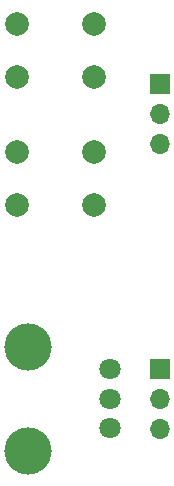
<source format=gbr>
G04 #@! TF.GenerationSoftware,KiCad,Pcbnew,(5.1.8)-1*
G04 #@! TF.CreationDate,2021-07-09T23:14:26+09:00*
G04 #@! TF.ProjectId,L3PSG6n9Side,4c335053-4736-46e3-9953-6964652e6b69,rev?*
G04 #@! TF.SameCoordinates,Original*
G04 #@! TF.FileFunction,Copper,L1,Top*
G04 #@! TF.FilePolarity,Positive*
%FSLAX46Y46*%
G04 Gerber Fmt 4.6, Leading zero omitted, Abs format (unit mm)*
G04 Created by KiCad (PCBNEW (5.1.8)-1) date 2021-07-09 23:14:26*
%MOMM*%
%LPD*%
G01*
G04 APERTURE LIST*
G04 #@! TA.AperFunction,ComponentPad*
%ADD10C,2.000000*%
G04 #@! TD*
G04 #@! TA.AperFunction,ComponentPad*
%ADD11C,1.800000*%
G04 #@! TD*
G04 #@! TA.AperFunction,WasherPad*
%ADD12C,4.000000*%
G04 #@! TD*
G04 #@! TA.AperFunction,ComponentPad*
%ADD13R,1.700000X1.700000*%
G04 #@! TD*
G04 #@! TA.AperFunction,ComponentPad*
%ADD14O,1.700000X1.700000*%
G04 #@! TD*
G04 APERTURE END LIST*
D10*
X70485000Y-87050000D03*
X70485000Y-82550000D03*
X76985000Y-87050000D03*
X76985000Y-82550000D03*
X76962000Y-71700000D03*
X76962000Y-76200000D03*
X70462000Y-71700000D03*
X70462000Y-76200000D03*
D11*
X78374000Y-105965000D03*
X78374000Y-103465000D03*
X78374000Y-100965000D03*
D12*
X71374000Y-107865000D03*
X71374000Y-99065000D03*
D13*
X82550000Y-100965000D03*
D14*
X82550000Y-103505000D03*
X82550000Y-106045000D03*
D13*
X82550000Y-76835000D03*
D14*
X82550000Y-79375000D03*
X82550000Y-81915000D03*
M02*

</source>
